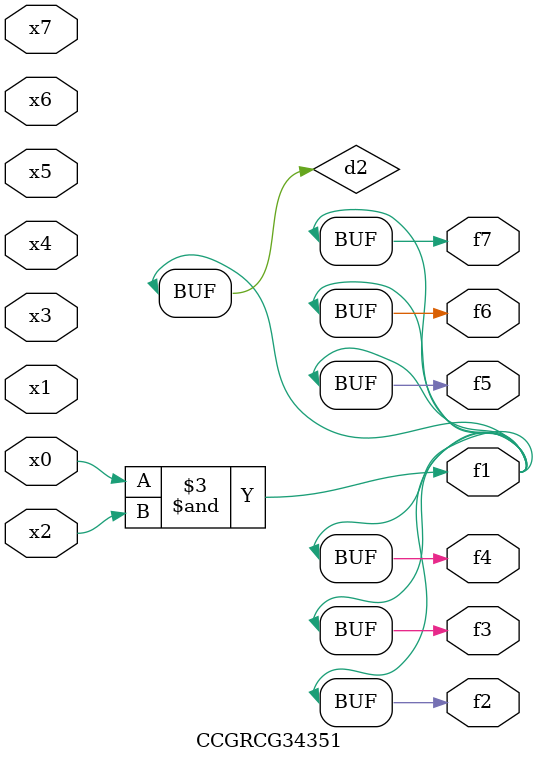
<source format=v>
module CCGRCG34351(
	input x0, x1, x2, x3, x4, x5, x6, x7,
	output f1, f2, f3, f4, f5, f6, f7
);

	wire d1, d2;

	nor (d1, x3, x6);
	and (d2, x0, x2);
	assign f1 = d2;
	assign f2 = d2;
	assign f3 = d2;
	assign f4 = d2;
	assign f5 = d2;
	assign f6 = d2;
	assign f7 = d2;
endmodule

</source>
